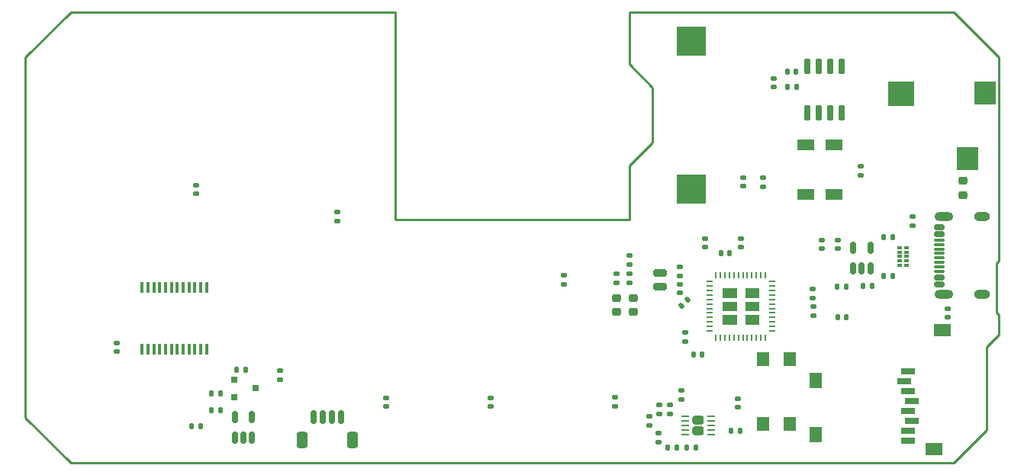
<source format=gbr>
%TF.GenerationSoftware,KiCad,Pcbnew,9.0.7*%
%TF.CreationDate,2026-01-30T16:58:59+00:00*%
%TF.ProjectId,FED3,46454433-2e6b-4696-9361-645f70636258,rev?*%
%TF.SameCoordinates,Original*%
%TF.FileFunction,Paste,Top*%
%TF.FilePolarity,Positive*%
%FSLAX46Y46*%
G04 Gerber Fmt 4.6, Leading zero omitted, Abs format (unit mm)*
G04 Created by KiCad (PCBNEW 9.0.7) date 2026-01-30 16:58:59*
%MOMM*%
%LPD*%
G01*
G04 APERTURE LIST*
G04 Aperture macros list*
%AMRoundRect*
0 Rectangle with rounded corners*
0 $1 Rounding radius*
0 $2 $3 $4 $5 $6 $7 $8 $9 X,Y pos of 4 corners*
0 Add a 4 corners polygon primitive as box body*
4,1,4,$2,$3,$4,$5,$6,$7,$8,$9,$2,$3,0*
0 Add four circle primitives for the rounded corners*
1,1,$1+$1,$2,$3*
1,1,$1+$1,$4,$5*
1,1,$1+$1,$6,$7*
1,1,$1+$1,$8,$9*
0 Add four rect primitives between the rounded corners*
20,1,$1+$1,$2,$3,$4,$5,0*
20,1,$1+$1,$4,$5,$6,$7,0*
20,1,$1+$1,$6,$7,$8,$9,0*
20,1,$1+$1,$8,$9,$2,$3,0*%
G04 Aperture macros list end*
%ADD10C,0.100000*%
%ADD11R,2.400000X2.550000*%
%ADD12R,2.900000X2.750000*%
%ADD13RoundRect,0.150000X0.425000X-0.150000X0.425000X0.150000X-0.425000X0.150000X-0.425000X-0.150000X0*%
%ADD14RoundRect,0.075000X0.500000X-0.075000X0.500000X0.075000X-0.500000X0.075000X-0.500000X-0.075000X0*%
%ADD15O,2.100000X1.000000*%
%ADD16O,1.800000X1.000000*%
%ADD17RoundRect,0.237500X0.397500X0.237500X-0.397500X0.237500X-0.397500X-0.237500X0.397500X-0.237500X0*%
%ADD18RoundRect,0.062500X0.350000X0.062500X-0.350000X0.062500X-0.350000X-0.062500X0.350000X-0.062500X0*%
%ADD19R,1.400000X1.600000*%
%ADD20RoundRect,0.140000X-0.170000X0.140000X-0.170000X-0.140000X0.170000X-0.140000X0.170000X0.140000X0*%
%ADD21RoundRect,0.140000X0.170000X-0.140000X0.170000X0.140000X-0.170000X0.140000X-0.170000X-0.140000X0*%
%ADD22RoundRect,0.135000X-0.135000X-0.185000X0.135000X-0.185000X0.135000X0.185000X-0.135000X0.185000X0*%
%ADD23RoundRect,0.200000X-0.550000X0.200000X-0.550000X-0.200000X0.550000X-0.200000X0.550000X0.200000X0*%
%ADD24RoundRect,0.135000X0.135000X0.185000X-0.135000X0.185000X-0.135000X-0.185000X0.135000X-0.185000X0*%
%ADD25RoundRect,0.135000X-0.185000X0.135000X-0.185000X-0.135000X0.185000X-0.135000X0.185000X0.135000X0*%
%ADD26RoundRect,0.140000X0.140000X0.170000X-0.140000X0.170000X-0.140000X-0.170000X0.140000X-0.170000X0*%
%ADD27R,3.200000X3.200000*%
%ADD28RoundRect,0.218750X-0.256250X0.218750X-0.256250X-0.218750X0.256250X-0.218750X0.256250X0.218750X0*%
%ADD29RoundRect,0.135000X0.185000X-0.135000X0.185000X0.135000X-0.185000X0.135000X-0.185000X-0.135000X0*%
%ADD30R,0.800000X0.700000*%
%ADD31RoundRect,0.075000X0.200000X-0.075000X0.200000X0.075000X-0.200000X0.075000X-0.200000X-0.075000X0*%
%ADD32R,0.400000X1.200000*%
%ADD33R,1.900000X1.300000*%
%ADD34RoundRect,0.150000X0.150000X-0.512500X0.150000X0.512500X-0.150000X0.512500X-0.150000X-0.512500X0*%
%ADD35R,1.500000X0.700000*%
%ADD36R,1.400000X1.800000*%
%ADD37R,1.900000X1.400000*%
%ADD38RoundRect,0.140000X-0.021213X0.219203X-0.219203X0.021213X0.021213X-0.219203X0.219203X-0.021213X0*%
%ADD39RoundRect,0.150000X0.150000X-0.725000X0.150000X0.725000X-0.150000X0.725000X-0.150000X-0.725000X0*%
%ADD40RoundRect,0.150000X0.150000X0.625000X-0.150000X0.625000X-0.150000X-0.625000X0.150000X-0.625000X0*%
%ADD41RoundRect,0.250000X0.350000X0.650000X-0.350000X0.650000X-0.350000X-0.650000X0.350000X-0.650000X0*%
%ADD42R,0.750000X0.250000*%
%ADD43R,0.250000X0.750000*%
%ADD44RoundRect,0.140000X-0.140000X-0.170000X0.140000X-0.170000X0.140000X0.170000X-0.140000X0.170000X0*%
%TA.AperFunction,Profile*%
%ADD45C,0.250000*%
%TD*%
G04 APERTURE END LIST*
D10*
%TO.C,U1*%
X173350000Y-111637500D02*
X171850000Y-111637500D01*
X171850000Y-110637500D01*
X173350000Y-110637500D01*
X173350000Y-111637500D01*
G36*
X173350000Y-111637500D02*
G01*
X171850000Y-111637500D01*
X171850000Y-110637500D01*
X173350000Y-110637500D01*
X173350000Y-111637500D01*
G37*
X173350000Y-113137500D02*
X171850000Y-113137500D01*
X171850000Y-112137500D01*
X173350000Y-112137500D01*
X173350000Y-113137500D01*
G36*
X173350000Y-113137500D02*
G01*
X171850000Y-113137500D01*
X171850000Y-112137500D01*
X173350000Y-112137500D01*
X173350000Y-113137500D01*
G37*
X173350000Y-114637500D02*
X171850000Y-114637500D01*
X171850000Y-113637500D01*
X173350000Y-113637500D01*
X173350000Y-114637500D01*
G36*
X173350000Y-114637500D02*
G01*
X171850000Y-114637500D01*
X171850000Y-113637500D01*
X173350000Y-113637500D01*
X173350000Y-114637500D01*
G37*
X175850000Y-111637500D02*
X174350000Y-111637500D01*
X174350000Y-110637500D01*
X175850000Y-110637500D01*
X175850000Y-111637500D01*
G36*
X175850000Y-111637500D02*
G01*
X174350000Y-111637500D01*
X174350000Y-110637500D01*
X175850000Y-110637500D01*
X175850000Y-111637500D01*
G37*
X175850000Y-113137500D02*
X174350000Y-113137500D01*
X174350000Y-112137500D01*
X175850000Y-112137500D01*
X175850000Y-113137500D01*
G36*
X175850000Y-113137500D02*
G01*
X174350000Y-113137500D01*
X174350000Y-112137500D01*
X175850000Y-112137500D01*
X175850000Y-113137500D01*
G37*
X175850000Y-114637500D02*
X174350000Y-114637500D01*
X174350000Y-113637500D01*
X175850000Y-113637500D01*
X175850000Y-114637500D01*
G36*
X175850000Y-114637500D02*
G01*
X174350000Y-114637500D01*
X174350000Y-113637500D01*
X175850000Y-113637500D01*
X175850000Y-114637500D01*
G37*
%TD*%
D11*
%TO.C,EXT0*%
X199044300Y-96289800D03*
D12*
X191644300Y-89039800D03*
D11*
X200944300Y-88939800D03*
%TD*%
D13*
%TO.C,J3*%
X195854200Y-110233600D03*
X195854200Y-109433600D03*
D14*
X195854200Y-108283600D03*
X195854200Y-107283600D03*
X195854200Y-106783600D03*
X195854200Y-105783600D03*
D13*
X195854200Y-104633600D03*
X195854200Y-103833600D03*
X195854200Y-103833600D03*
X195854200Y-104633600D03*
D14*
X195854200Y-105283600D03*
X195854200Y-106283600D03*
X195854200Y-107783600D03*
X195854200Y-108783600D03*
D13*
X195854200Y-109433600D03*
X195854200Y-110233600D03*
D15*
X196429200Y-111353600D03*
D16*
X200609200Y-111353600D03*
D15*
X196429200Y-102713600D03*
D16*
X200609200Y-102713600D03*
%TD*%
D17*
%TO.C,U3*%
X169170600Y-126490000D03*
X169170600Y-125310000D03*
D18*
X170608100Y-126900000D03*
X170608100Y-126400000D03*
X170608100Y-125900000D03*
X170608100Y-125400000D03*
X170608100Y-124900000D03*
X167733100Y-124900000D03*
X167733100Y-125400000D03*
X167733100Y-125900000D03*
X167733100Y-126400000D03*
X167733100Y-126900000D03*
%TD*%
D19*
%TO.C,SW2*%
X179300000Y-118525000D03*
X179300000Y-125725000D03*
X176300000Y-118525000D03*
X176300000Y-125725000D03*
%TD*%
D20*
%TO.C,C18*%
X167100000Y-110220000D03*
X167100000Y-111180000D03*
%TD*%
D21*
%TO.C,C17*%
X167100000Y-109252500D03*
X167100000Y-108292500D03*
%TD*%
D22*
%TO.C,R17*%
X167890000Y-128300000D03*
X168910000Y-128300000D03*
%TD*%
D20*
%TO.C,C21*%
X196860000Y-112890000D03*
X196860000Y-113850000D03*
%TD*%
D23*
%TO.C,X2*%
X164875000Y-108975000D03*
X164875000Y-110475000D03*
%TD*%
D24*
%TO.C,R24*%
X190756000Y-104927400D03*
X189736000Y-104927400D03*
%TD*%
D22*
%TO.C,R6*%
X179010000Y-88300000D03*
X180030000Y-88300000D03*
%TD*%
D25*
%TO.C,R25*%
X192900000Y-102710000D03*
X192900000Y-103730000D03*
%TD*%
D21*
%TO.C,C10*%
X174155500Y-99292400D03*
X174155500Y-98332400D03*
%TD*%
D26*
%TO.C,C1*%
X179980000Y-86600000D03*
X179020000Y-86600000D03*
%TD*%
D27*
%TO.C,B1*%
X168415100Y-83170200D03*
X168415100Y-99621000D03*
%TD*%
D28*
%TO.C,CHG0*%
X198500000Y-98712500D03*
X198500000Y-100287500D03*
%TD*%
%TO.C,L1*%
X161940000Y-111732500D03*
X161940000Y-113307500D03*
%TD*%
D25*
%TO.C,R5*%
X181900000Y-112690000D03*
X181900000Y-113710000D03*
%TD*%
D29*
%TO.C,R14*%
X167309800Y-123038400D03*
X167309800Y-122018400D03*
%TD*%
D21*
%TO.C,C8*%
X134500000Y-123780000D03*
X134500000Y-122820000D03*
%TD*%
D30*
%TO.C,Q1*%
X117650000Y-120812500D03*
X117650000Y-122712500D03*
X120050000Y-121762500D03*
%TD*%
D31*
%TO.C,D1*%
X192227200Y-108121200D03*
X192227200Y-107621200D03*
X192227200Y-107121200D03*
X192227200Y-106621200D03*
X192227200Y-106121200D03*
X191457200Y-106121200D03*
X191457200Y-106621200D03*
X191457200Y-107121200D03*
X191457200Y-107621200D03*
X191457200Y-108121200D03*
%TD*%
D21*
%TO.C,C6*%
X159950000Y-123730000D03*
X159950000Y-122770000D03*
%TD*%
D20*
%TO.C,C3*%
X104600000Y-116720000D03*
X104600000Y-117680000D03*
%TD*%
%TO.C,C16*%
X164750000Y-126770000D03*
X164750000Y-127730000D03*
%TD*%
D29*
%TO.C,R12*%
X167670000Y-116535000D03*
X167670000Y-115515000D03*
%TD*%
D32*
%TO.C,IC2*%
X114586100Y-110581600D03*
X113936100Y-110581600D03*
X113286100Y-110581600D03*
X112636100Y-110581600D03*
X111986100Y-110581600D03*
X111336100Y-110581600D03*
X110686100Y-110581600D03*
X110036100Y-110581600D03*
X109386100Y-110581600D03*
X108736100Y-110581600D03*
X108086100Y-110581600D03*
X107436100Y-110581600D03*
X107436100Y-117421600D03*
X108086100Y-117421600D03*
X108736100Y-117421600D03*
X109386100Y-117421600D03*
X110036100Y-117421600D03*
X110686100Y-117421600D03*
X111336100Y-117421600D03*
X111986100Y-117421600D03*
X112636100Y-117421600D03*
X113286100Y-117421600D03*
X113936100Y-117421600D03*
X114586100Y-117421600D03*
%TD*%
D24*
%TO.C,R23*%
X190756000Y-109321600D03*
X189736000Y-109321600D03*
%TD*%
D33*
%TO.C,X1*%
X181039100Y-94741600D03*
X181039100Y-100241600D03*
X184239100Y-100241600D03*
X184239100Y-94741600D03*
%TD*%
D22*
%TO.C,R8*%
X115090000Y-122300000D03*
X116110000Y-122300000D03*
%TD*%
D34*
%TO.C,IC1*%
X117750000Y-127237500D03*
X118700000Y-127237500D03*
X119650000Y-127237500D03*
X119650000Y-124962500D03*
X117750000Y-124962500D03*
%TD*%
D21*
%TO.C,C19*%
X173880000Y-106067500D03*
X173880000Y-105107500D03*
%TD*%
D35*
%TO.C,X4*%
X192410000Y-119900000D03*
X192010000Y-121000000D03*
X192410000Y-122100000D03*
X192810000Y-123200000D03*
X192410000Y-124300000D03*
X192810000Y-125400000D03*
X192410000Y-126500000D03*
X192410000Y-127600000D03*
D36*
X182210000Y-126900000D03*
X182210000Y-120900000D03*
D37*
X195310000Y-128500000D03*
X196210000Y-115300000D03*
%TD*%
D38*
%TO.C,C23*%
X167959411Y-111940589D03*
X167280589Y-112619411D03*
%TD*%
D29*
%TO.C,R15*%
X160080000Y-110030000D03*
X160080000Y-109010000D03*
%TD*%
D22*
%TO.C,R11*%
X187390000Y-110400000D03*
X188410000Y-110400000D03*
%TD*%
D28*
%TO.C,L0*%
X160050000Y-111732500D03*
X160050000Y-113307500D03*
%TD*%
D39*
%TO.C,IC4*%
X181242100Y-91176600D03*
X182512100Y-91176600D03*
X183782100Y-91176600D03*
X185052100Y-91176600D03*
X185052100Y-86026600D03*
X183782100Y-86026600D03*
X182512100Y-86026600D03*
X181242100Y-86026600D03*
%TD*%
D21*
%TO.C,C15*%
X184625000Y-106230000D03*
X184625000Y-105270000D03*
%TD*%
%TO.C,C7*%
X146150000Y-123780000D03*
X146150000Y-122820000D03*
%TD*%
D40*
%TO.C,AUX_I2C0*%
X129500000Y-124975000D03*
X128500000Y-124975000D03*
X127500000Y-124975000D03*
X126500000Y-124975000D03*
D41*
X130800000Y-127500000D03*
X125200000Y-127500000D03*
%TD*%
D26*
%TO.C,C4*%
X113905000Y-125950000D03*
X112945000Y-125950000D03*
%TD*%
D21*
%TO.C,C12*%
X169880000Y-106067500D03*
X169880000Y-105107500D03*
%TD*%
D24*
%TO.C,R16*%
X166795400Y-128300000D03*
X165775400Y-128300000D03*
%TD*%
D29*
%TO.C,R13*%
X161550000Y-108010000D03*
X161550000Y-106990000D03*
%TD*%
D42*
%TO.C,U1*%
X170375000Y-109887500D03*
X170375000Y-110387500D03*
X170375000Y-110887500D03*
X170375000Y-111387500D03*
X170375000Y-111887500D03*
X170375000Y-112387500D03*
X170375000Y-112887500D03*
X170375000Y-113387500D03*
X170375000Y-113887500D03*
X170375000Y-114387500D03*
X170375000Y-114887500D03*
X170375000Y-115387500D03*
D43*
X171100000Y-116112500D03*
X171600000Y-116112500D03*
X172100000Y-116112500D03*
X172600000Y-116112500D03*
X173100000Y-116112500D03*
X173600000Y-116112500D03*
X174100000Y-116112500D03*
X174600000Y-116112500D03*
X175100000Y-116112500D03*
X175600000Y-116112500D03*
X176100000Y-116112500D03*
X176600000Y-116112500D03*
D42*
X177325000Y-115387500D03*
X177325000Y-114887500D03*
X177325000Y-114387500D03*
X177325000Y-113887500D03*
X177325000Y-113387500D03*
X177325000Y-112887500D03*
X177325000Y-112387500D03*
X177325000Y-111887500D03*
X177325000Y-111387500D03*
X177325000Y-110887500D03*
X177325000Y-110387500D03*
X177325000Y-109887500D03*
D43*
X176600000Y-109162500D03*
X176100000Y-109162500D03*
X175600000Y-109162500D03*
X175100000Y-109162500D03*
X174600000Y-109162500D03*
X174100000Y-109162500D03*
X173600000Y-109162500D03*
X173100000Y-109162500D03*
X172600000Y-109162500D03*
X172100000Y-109162500D03*
X171600000Y-109162500D03*
X171100000Y-109162500D03*
%TD*%
D21*
%TO.C,C2*%
X177500000Y-88280000D03*
X177500000Y-87320000D03*
%TD*%
D44*
%TO.C,C14*%
X184620000Y-113850000D03*
X185580000Y-113850000D03*
%TD*%
D26*
%TO.C,C22*%
X169550000Y-117980000D03*
X168590000Y-117980000D03*
%TD*%
D21*
%TO.C,C13*%
X182825000Y-106280000D03*
X182825000Y-105320000D03*
%TD*%
D25*
%TO.C,R10*%
X187150000Y-97100000D03*
X187150000Y-98120000D03*
%TD*%
%TO.C,R21*%
X161550000Y-109010000D03*
X161550000Y-110030000D03*
%TD*%
%TO.C,R4*%
X181850000Y-110690000D03*
X181850000Y-111710000D03*
%TD*%
D29*
%TO.C,R9*%
X122760000Y-120840000D03*
X122760000Y-119820000D03*
%TD*%
%TO.C,R20*%
X163700000Y-125860000D03*
X163700000Y-124840000D03*
%TD*%
%TO.C,R1*%
X129100000Y-103210000D03*
X129100000Y-102190000D03*
%TD*%
%TO.C,R18*%
X164800000Y-124585000D03*
X164800000Y-123565000D03*
%TD*%
%TO.C,R3*%
X176309100Y-99353600D03*
X176309100Y-98333600D03*
%TD*%
D26*
%TO.C,C11*%
X185530000Y-110450000D03*
X184570000Y-110450000D03*
%TD*%
D29*
%TO.C,R19*%
X166000000Y-124585000D03*
X166000000Y-123565000D03*
%TD*%
D26*
%TO.C,C24*%
X172640000Y-106780000D03*
X171680000Y-106780000D03*
%TD*%
D22*
%TO.C,R22*%
X117880000Y-119700000D03*
X118900000Y-119700000D03*
%TD*%
D44*
%TO.C,C20*%
X172820000Y-126475000D03*
X173780000Y-126475000D03*
%TD*%
D21*
%TO.C,C5*%
X173500000Y-123880000D03*
X173500000Y-122920000D03*
%TD*%
D29*
%TO.C,R2*%
X154200000Y-110210000D03*
X154200000Y-109190000D03*
%TD*%
D20*
%TO.C,C9*%
X113390000Y-99210000D03*
X113390000Y-100170000D03*
%TD*%
D24*
%TO.C,R7*%
X116110000Y-124150000D03*
X115090000Y-124150000D03*
%TD*%
D34*
%TO.C,U2*%
X186350000Y-108437500D03*
X187300000Y-108437500D03*
X188250000Y-108437500D03*
X188250000Y-106162500D03*
X186350000Y-106162500D03*
%TD*%
D45*
X201101100Y-126403600D02*
X201101100Y-117203600D01*
X161501100Y-103003600D02*
X135501100Y-103003600D01*
X161501100Y-80003600D02*
X161501100Y-85751600D01*
X161501100Y-85751600D02*
X164097100Y-88347600D01*
X99501100Y-80003600D02*
X94501100Y-85003600D01*
X202221100Y-107883600D02*
X202501100Y-107603600D01*
X202501100Y-85003600D02*
X197501100Y-80003600D01*
X202221100Y-113323600D02*
X202221100Y-107883600D01*
X202501100Y-107603600D02*
X202501100Y-85003600D01*
X161501100Y-96983600D02*
X161501100Y-103003600D01*
X202501100Y-113603600D02*
X202221100Y-113323600D01*
X135501100Y-103003600D02*
X135501100Y-80003600D01*
X94501100Y-125003600D02*
X99501100Y-130003600D01*
X164097100Y-88347600D02*
X164097100Y-94443600D01*
X197501100Y-130003600D02*
X201101100Y-126403600D01*
X197501100Y-80003600D02*
X161501100Y-80003600D01*
X202501100Y-115803600D02*
X202501100Y-113603600D01*
X94501100Y-85003600D02*
X94501100Y-125003600D01*
X99501100Y-130003600D02*
X197501100Y-130003600D01*
X164097100Y-94443600D02*
X161501100Y-96983600D01*
X201101100Y-117203600D02*
X202501100Y-115803600D01*
X135501100Y-80003600D02*
X99501100Y-80003600D01*
M02*

</source>
